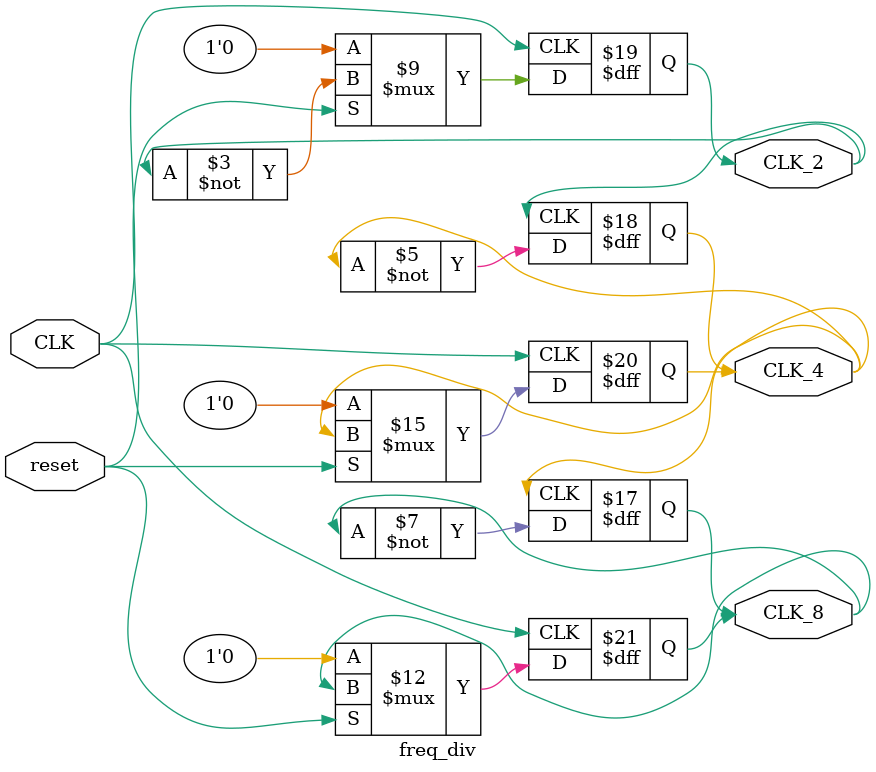
<source format=v>
module freq_div(  input       CLK,
                  input       reset,
                  output reg  CLK_2,
                  output reg  CLK_4,
                  output reg  CLK_8
  );

  // wire CLK_2_to_CLK_4, CLK_4_to_CLK_8;

  always @ (posedge CLK) begin
    if (~reset) begin
      CLK_2 <= 1'b0;
      CLK_4 <= 1'b0;
      CLK_8 <= 1'b0;
    end else begin
      CLK_2 <= ~CLK_2;
    end
  end

  always @ (posedge CLK_2) begin
    CLK_4 <= ~CLK_4;
  end

  always @ (posedge CLK_4) begin
    CLK_8 <= ~CLK_8;
  end

endmodule

</source>
